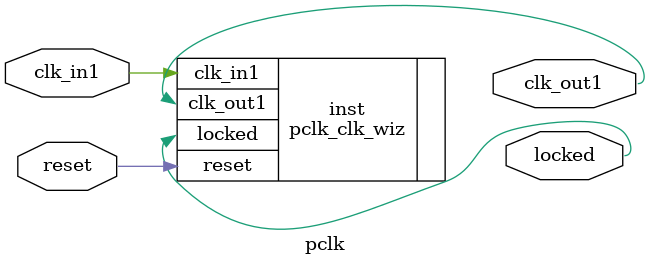
<source format=v>


`timescale 1ps/1ps

(* CORE_GENERATION_INFO = "pclk,clk_wiz_v6_0_12_0_0,{component_name=pclk,use_phase_alignment=true,use_min_o_jitter=false,use_max_i_jitter=false,use_dyn_phase_shift=false,use_inclk_switchover=false,use_dyn_reconfig=false,enable_axi=0,feedback_source=FDBK_AUTO,PRIMITIVE=MMCM,num_out_clk=1,clkin1_period=10.000,clkin2_period=10.000,use_power_down=false,use_reset=true,use_locked=true,use_inclk_stopped=false,feedback_type=SINGLE,CLOCK_MGR_TYPE=NA,manual_override=false}" *)

module pclk 
 (
  // Clock out ports
  output        clk_out1,
  // Status and control signals
  input         reset,
  output        locked,
 // Clock in ports
  input         clk_in1
 );

  pclk_clk_wiz inst
  (
  // Clock out ports  
  .clk_out1(clk_out1),
  // Status and control signals               
  .reset(reset), 
  .locked(locked),
 // Clock in ports
  .clk_in1(clk_in1)
  );

endmodule

</source>
